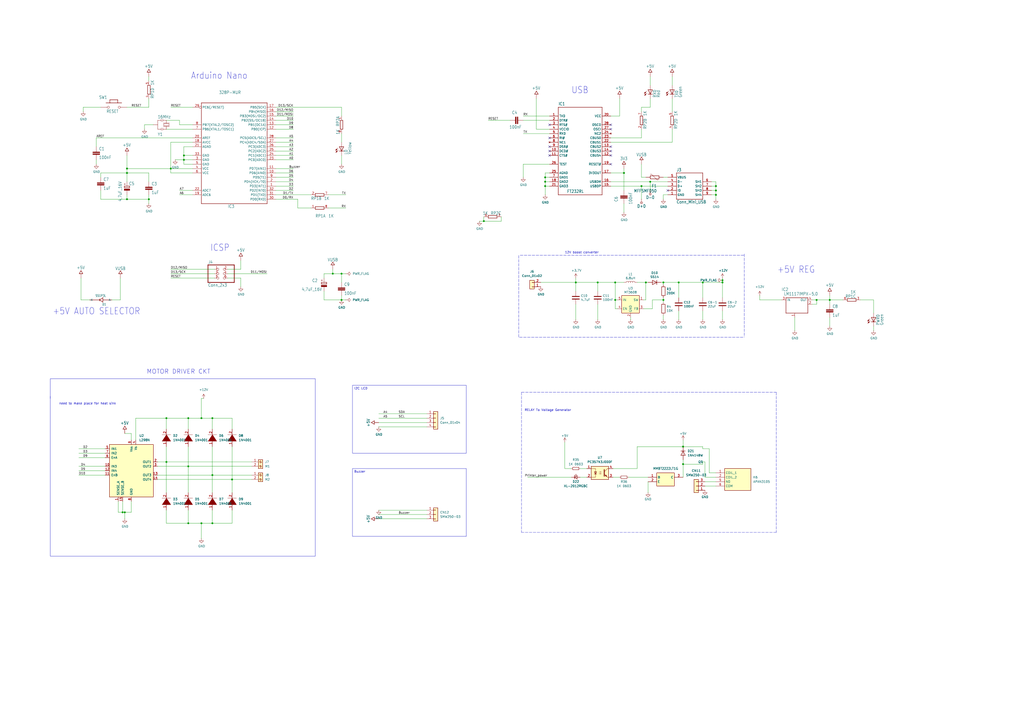
<source format=kicad_sch>
(kicad_sch (version 20250114) (generator "eeschema") (generator_version "9.0")
  (paper "A2")
  (title_block (title "Imeditech") (date "2025-05-16") (company "Cuong"))
  (text "RELAY To Voltage Generator" (at 304.292 238.76 0) (effects (font (size 1.27 1.27)) (justify left bottom)))
  (text "+5V REG" (at 450.85 158.75 0) (effects (font (size 3.81 3.2385)) (justify left bottom)))
  (text "Arduino Nano" (at 110.744 46.228 0) (effects (font (size 3.81 3.2385)) (justify left bottom)))
  (text "need to make place for heat sink\n" (at 34.29 234.95 0) (effects (font (size 1.27 1.27)) (justify left bottom)))
  (text "+5V AUTO SELECTOR" (at 30.48 182.88 0) (effects (font (size 3.81 3.2385)) (justify left bottom)))
  (text "12V boost converter" (at 327.66 147.32 0) (effects (font (size 1.27 1.27)) (justify left bottom)))
  (text "ICSP" (at 121.92 146.05 0) (effects (font (size 3.81 3.2385)) (justify left bottom)))
  (text "USB" (at 331.47 54.61 0) (effects (font (size 3.81 3.2385)) (justify left bottom)))
  (text "MOTOR DRIVER CKT\n" (at 85.09 217.17 0) (effects (font (size 2.54 2.54)) (justify left bottom)))
  (text_box "I2C LCD" (at 204.47 223.52 0) (size 66.04 39.37) (margins 0.9525 0.9525 0.9525 0.9525) (effects (font (size 1.27 1.27)) (justify left top)))
  (text_box "Buzzer" (at 204.47 271.78 0) (size 66.04 39.37) (margins 0.9525 0.9525 0.9525 0.9525) (effects (font (size 1.27 1.27)) (justify left top)))
  (junction (at 346.71 163.83))
  (junction (at 419.1 162.56))
  (junction (at 374.65 163.83))
  (junction (at 316.23 102.87))
  (junction (at 106.68 90.17))
  (junction (at 106.68 92.71))
  (junction (at 384.81 163.83))
  (junction (at 73.66 100.33))
  (junction (at 193.04 158.75))
  (junction (at 415.29 110.49))
  (junction (at 71.12 297.18))
  (junction (at 86.36 115.57))
  (junction (at 334.01 163.83))
  (junction (at 109.22 270.51))
  (junction (at 419.1 163.83))
  (junction (at 198.12 158.75))
  (junction (at 109.22 303.53))
  (junction (at 384.81 173.99))
  (junction (at 116.84 242.57))
  (junction (at 116.84 303.53))
  (junction (at 73.66 115.57))
  (junction (at 393.7 163.83))
  (junction (at 396.24 269.24))
  (junction (at 316.23 105.41))
  (junction (at 123.19 303.53))
  (junction (at 72.39 297.18))
  (junction (at 481.33 173.99))
  (junction (at 109.22 242.57))
  (junction (at 473.71 173.99))
  (junction (at 361.95 100.33))
  (junction (at 134.62 278.13))
  (junction (at 356.87 163.83))
  (junction (at 372.11 107.95))
  (junction (at 123.19 242.57))
  (junction (at 407.67 163.83))
  (junction (at 99.06 97.79))
  (junction (at 96.52 242.57))
  (junction (at 377.19 105.41))
  (junction (at 280.67 128.27))
  (junction (at 356.87 173.99))
  (junction (at 316.23 107.95))
  (junction (at 123.19 275.59))
  (junction (at 396.24 259.08))
  (junction (at 73.66 97.79))
  (junction (at 198.12 173.99))
  (junction (at 415.29 107.95))
  (junction (at 415.29 113.03))
  (junction (at 96.52 267.97))
  (no_connect (at 318.77 90.17))
  (no_connect (at 318.77 87.63))
  (no_connect (at 318.77 85.09))
  (no_connect (at 354.33 95.25))
  (no_connect (at 354.33 87.63))
  (no_connect (at 354.33 72.39))
  (no_connect (at 354.33 85.09))
  (no_connect (at 354.33 74.93))
  (no_connect (at 354.33 90.17))
  (no_connect (at 387.35 110.49))
  (no_connect (at 318.77 72.39))
  (no_connect (at 318.77 80.01))
  (wire (pts (xy 73.66 105.41) (xy 73.66 100.33)))
  (wire (pts (xy 506.73 191.77) (xy 506.73 189.23)))
  (wire (pts (xy 440.69 173.99) (xy 453.39 173.99)))
  (wire (pts (xy 187.96 173.99) (xy 198.12 173.99)))
  (wire (pts (xy 111.76 85.09) (xy 106.68 85.09)))
  (wire (pts (xy 387.35 113.03) (xy 384.81 113.03)))
  (wire (pts (xy 316.23 100.33) (xy 316.23 102.87)))
  (wire (pts (xy 389.89 64.77) (xy 389.89 57.15)))
  (wire (pts (xy 118.11 231.14) (xy 116.84 231.14)))
  (wire (pts (xy 412.75 107.95) (xy 415.29 107.95)))
  (wire (pts (xy 377.19 110.49) (xy 377.19 105.41)))
  (wire (pts (xy 86.36 46.99) (xy 86.36 44.45)))
  (wire (pts (xy 172.72 120.65) (xy 180.34 120.65)))
  (wire (pts (xy 334.01 163.83) (xy 334.01 168.91)))
  (wire (pts (xy 73.66 100.33) (xy 73.66 97.79)))
  (polyline (pts (xy 182.88 322.58) (xy 29.21 322.58)))
  (wire (pts (xy 408.94 276.86) (xy 408.94 267.97)))
  (wire (pts (xy 96.52 248.92) (xy 96.52 242.57)))
  (wire (pts (xy 369.57 259.08) (xy 396.24 259.08)))
  (wire (pts (xy 123.19 242.57) (xy 123.19 248.92)))
  (wire (pts (xy 111.76 113.03) (xy 104.14 113.03)))
  (wire (pts (xy 160.02 72.39) (xy 170.18 72.39)))
  (wire (pts (xy 160.02 100.33) (xy 170.18 100.33)))
  (polyline (pts (xy 450.342 308.864) (xy 302.514 308.864)) (stroke (width 0) (type dash)))
  (wire (pts (xy 374.65 173.99) (xy 374.65 163.83)))
  (wire (pts (xy 365.76 184.15) (xy 365.76 185.42)))
  (wire (pts (xy 408.94 279.4) (xy 415.29 279.4)))
  (wire (pts (xy 306.07 276.86) (xy 331.47 276.86)))
  (wire (pts (xy 336.55 276.86) (xy 340.36 276.86)))
  (wire (pts (xy 389.89 49.53) (xy 389.89 44.45)))
  (wire (pts (xy 73.66 97.79) (xy 73.66 90.17)))
  (wire (pts (xy 384.81 185.42) (xy 384.81 182.88)))
  (wire (pts (xy 58.42 100.33) (xy 58.42 102.87)))
  (wire (pts (xy 111.76 97.79) (xy 99.06 97.79)))
  (wire (pts (xy 318.77 107.95) (xy 316.23 107.95)))
  (wire (pts (xy 104.14 69.85) (xy 96.52 69.85)))
  (wire (pts (xy 407.67 163.83) (xy 407.67 172.72)))
  (wire (pts (xy 219.71 300.99) (xy 247.65 300.99)))
  (polyline (pts (xy 301.752 148.082) (xy 431.8 148.082)) (stroke (width 0) (type dash)))
  (wire (pts (xy 372.11 115.57) (xy 372.11 107.95)))
  (wire (pts (xy 415.29 276.86) (xy 408.94 276.86)))
  (polyline (pts (xy 182.88 219.71) (xy 182.88 322.58)))
  (wire (pts (xy 45.72 273.05) (xy 60.96 273.05)))
  (wire (pts (xy 372.11 95.25) (xy 372.11 102.87)))
  (wire (pts (xy 355.6 271.78) (xy 369.57 271.78)))
  (wire (pts (xy 160.02 82.55) (xy 170.18 82.55)))
  (wire (pts (xy 106.68 90.17) (xy 111.76 90.17)))
  (wire (pts (xy 481.33 176.53) (xy 481.33 173.99)))
  (wire (pts (xy 415.29 110.49) (xy 415.29 113.03)))
  (wire (pts (xy 160.02 69.85) (xy 170.18 69.85)))
  (wire (pts (xy 361.95 110.49) (xy 361.95 100.33)))
  (wire (pts (xy 109.22 295.91) (xy 109.22 303.53)))
  (wire (pts (xy 384.81 173.99) (xy 378.46 173.99)))
  (wire (pts (xy 99.06 82.55) (xy 99.06 97.79)))
  (wire (pts (xy 99.06 97.79) (xy 73.66 97.79)))
  (wire (pts (xy 160.02 92.71) (xy 170.18 92.71)))
  (wire (pts (xy 407.67 163.83) (xy 393.7 163.83)))
  (wire (pts (xy 415.29 274.32) (xy 411.48 274.32)))
  (wire (pts (xy 193.04 158.75) (xy 198.12 158.75)))
  (wire (pts (xy 407.67 259.08) (xy 396.24 259.08)))
  (wire (pts (xy 419.1 163.83) (xy 419.1 172.72)))
  (wire (pts (xy 45.72 262.89) (xy 60.96 262.89)))
  (wire (pts (xy 393.7 185.42) (xy 393.7 180.34)))
  (wire (pts (xy 311.15 74.93) (xy 311.15 57.15)))
  (wire (pts (xy 411.48 260.35) (xy 407.67 260.35)))
  (wire (pts (xy 123.19 295.91) (xy 123.19 303.53)))
  (wire (pts (xy 111.76 100.33) (xy 99.06 100.33)))
  (wire (pts (xy 336.55 271.78) (xy 340.36 271.78)))
  (wire (pts (xy 48.26 62.23) (xy 48.26 64.77)))
  (wire (pts (xy 96.52 267.97) (xy 96.52 285.75)))
  (wire (pts (xy 45.72 260.35) (xy 60.96 260.35)))
  (wire (pts (xy 134.62 259.08) (xy 134.62 278.13)))
  (wire (pts (xy 358.14 179.07) (xy 356.87 179.07)))
  (wire (pts (xy 106.68 90.17) (xy 106.68 92.71)))
  (wire (pts (xy 408.94 281.94) (xy 415.29 281.94)))
  (wire (pts (xy 111.76 62.23) (xy 99.06 62.23)))
  (wire (pts (xy 440.69 171.45) (xy 440.69 173.99)))
  (wire (pts (xy 346.71 168.91) (xy 346.71 163.83)))
  (wire (pts (xy 316.23 105.41) (xy 316.23 107.95)))
  (wire (pts (xy 160.02 90.17) (xy 170.18 90.17)))
  (wire (pts (xy 55.88 80.01) (xy 55.88 85.09)))
  (wire (pts (xy 334.01 163.83) (xy 346.71 163.83)))
  (wire (pts (xy 198.12 77.47) (xy 198.12 82.55)))
  (wire (pts (xy 375.92 279.4) (xy 375.92 285.75)))
  (wire (pts (xy 373.38 173.99) (xy 374.65 173.99)))
  (wire (pts (xy 198.12 67.31) (xy 198.12 62.23)))
  (wire (pts (xy 91.44 270.51) (xy 109.22 270.51)))
  (wire (pts (xy 334.01 161.29) (xy 334.01 163.83)))
  (wire (pts (xy 86.36 115.57) (xy 86.36 118.11)))
  (wire (pts (xy 369.57 271.78) (xy 369.57 259.08)))
  (wire (pts (xy 88.9 72.39) (xy 83.82 72.39)))
  (wire (pts (xy 111.76 110.49) (xy 104.14 110.49)))
  (wire (pts (xy 354.33 82.55) (xy 389.89 82.55)))
  (wire (pts (xy 356.87 173.99) (xy 356.87 163.83)))
  (wire (pts (xy 187.96 161.29) (xy 187.96 158.75)))
  (wire (pts (xy 123.19 303.53) (xy 134.62 303.53)))
  (wire (pts (xy 354.33 107.95) (xy 372.11 107.95)))
  (wire (pts (xy 219.71 247.65) (xy 247.65 247.65)))
  (wire (pts (xy 91.44 275.59) (xy 123.19 275.59)))
  (wire (pts (xy 99.06 156.21) (xy 124.46 156.21)))
  (wire (pts (xy 106.68 92.71) (xy 111.76 92.71)))
  (wire (pts (xy 46.99 173.99) (xy 46.99 161.29)))
  (wire (pts (xy 160.02 87.63) (xy 170.18 87.63)))
  (wire (pts (xy 139.7 161.29) (xy 139.7 166.37)))
  (wire (pts (xy 123.19 259.08) (xy 123.19 275.59)))
  (wire (pts (xy 377.19 105.41) (xy 387.35 105.41)))
  (wire (pts (xy 372.11 62.23) (xy 377.19 62.23)))
  (wire (pts (xy 160.02 67.31) (xy 170.18 67.31)))
  (wire (pts (xy 318.77 100.33) (xy 316.23 100.33)))
  (wire (pts (xy 72.39 297.18) (xy 72.39 300.99)))
  (wire (pts (xy 303.53 95.25) (xy 303.53 102.87)))
  (wire (pts (xy 374.65 163.83) (xy 369.57 163.83)))
  (wire (pts (xy 407.67 260.35) (xy 407.67 259.08)))
  (wire (pts (xy 116.84 312.42) (xy 116.84 303.53)))
  (wire (pts (xy 86.36 113.03) (xy 86.36 115.57)))
  (wire (pts (xy 278.13 128.27) (xy 280.67 128.27)))
  (wire (pts (xy 96.52 303.53) (xy 109.22 303.53)))
  (wire (pts (xy 76.2 297.18) (xy 76.2 290.83)))
  (wire (pts (xy 69.85 173.99) (xy 64.77 173.99)))
  (wire (pts (xy 111.76 82.55) (xy 99.06 82.55)))
  (wire (pts (xy 106.68 95.25) (xy 106.68 92.71)))
  (wire (pts (xy 488.95 173.99) (xy 481.33 173.99)))
  (wire (pts (xy 160.02 110.49) (xy 170.18 110.49)))
  (wire (pts (xy 364.49 276.86) (xy 375.92 276.86)))
  (wire (pts (xy 160.02 102.87) (xy 170.18 102.87)))
  (wire (pts (xy 412.75 113.03) (xy 415.29 113.03)))
  (wire (pts (xy 461.01 191.77) (xy 461.01 184.15)))
  (wire (pts (xy 86.36 105.41) (xy 86.36 100.33)))
  (wire (pts (xy 415.29 105.41) (xy 415.29 107.95)))
  (wire (pts (xy 46.99 173.99) (xy 52.07 173.99)))
  (polyline (pts (xy 302.514 227.584) (xy 302.514 308.864)) (stroke (width 0) (type dash)))
  (wire (pts (xy 219.71 298.45) (xy 247.65 298.45)))
  (wire (pts (xy 219.71 245.11) (xy 247.65 245.11)))
  (wire (pts (xy 377.19 49.53) (xy 377.19 44.45)))
  (wire (pts (xy 71.12 297.18) (xy 72.39 297.18)))
  (wire (pts (xy 96.52 259.08) (xy 96.52 267.97)))
  (wire (pts (xy 78.74 255.27) (xy 78.74 242.57)))
  (wire (pts (xy 384.81 165.1) (xy 384.81 163.83)))
  (wire (pts (xy 356.87 173.99) (xy 358.14 173.99)))
  (wire (pts (xy 96.52 267.97) (xy 146.05 267.97)))
  (wire (pts (xy 72.39 251.46) (xy 76.2 251.46)))
  (wire (pts (xy 91.44 267.97) (xy 96.52 267.97)))
  (wire (pts (xy 318.77 95.25) (xy 303.53 95.25)))
  (wire (pts (xy 481.33 173.99) (xy 481.33 171.45)))
  (wire (pts (xy 134.62 278.13) (xy 146.05 278.13)))
  (wire (pts (xy 384.81 173.99) (xy 384.81 175.26)))
  (wire (pts (xy 109.22 270.51) (xy 146.05 270.51)))
  (wire (pts (xy 96.52 242.57) (xy 109.22 242.57)))
  (wire (pts (xy 280.67 128.27) (xy 290.83 128.27)))
  (wire (pts (xy 396.24 255.27) (xy 396.24 259.08)))
  (wire (pts (xy 471.17 176.53) (xy 473.71 176.53)))
  (wire (pts (xy 378.46 179.07) (xy 373.38 179.07)))
  (wire (pts (xy 318.77 74.93) (xy 311.15 74.93)))
  (wire (pts (xy 415.29 113.03) (xy 415.29 115.57)))
  (wire (pts (xy 160.02 115.57) (xy 172.72 115.57)))
  (wire (pts (xy 132.08 161.29) (xy 139.7 161.29)))
  (wire (pts (xy 45.72 265.43) (xy 60.96 265.43)))
  (wire (pts (xy 346.71 163.83) (xy 356.87 163.83)))
  (wire (pts (xy 73.66 100.33) (xy 58.42 100.33)))
  (wire (pts (xy 384.81 102.87) (xy 387.35 102.87)))
  (polyline (pts (xy 431.038 195.58) (xy 300.99 195.58)) (stroke (width 0) (type dash)))
  (wire (pts (xy 384.81 163.83) (xy 393.7 163.83)))
  (wire (pts (xy 160.02 62.23) (xy 198.12 62.23)))
  (wire (pts (xy 198.12 171.45) (xy 198.12 173.99)))
  (wire (pts (xy 303.53 67.31) (xy 318.77 67.31)))
  (wire (pts (xy 318.77 102.87) (xy 316.23 102.87)))
  (wire (pts (xy 354.33 80.01) (xy 372.11 80.01)))
  (wire (pts (xy 303.53 77.47) (xy 318.77 77.47)))
  (wire (pts (xy 86.36 100.33) (xy 73.66 100.33)))
  (wire (pts (xy 132.08 156.21) (xy 139.7 156.21)))
  (wire (pts (xy 384.81 172.72) (xy 384.81 173.99)))
  (wire (pts (xy 193.04 156.21) (xy 193.04 158.75)))
  (wire (pts (xy 372.11 64.77) (xy 372.11 62.23)))
  (wire (pts (xy 73.66 62.23) (xy 86.36 62.23)))
  (wire (pts (xy 198.12 90.17) (xy 198.12 95.25)))
  (wire (pts (xy 160.02 105.41) (xy 170.18 105.41)))
  (wire (pts (xy 415.29 107.95) (xy 415.29 110.49)))
  (wire (pts (xy 106.68 92.71) (xy 101.6 92.71)))
  (wire (pts (xy 356.87 179.07) (xy 356.87 173.99)))
  (wire (pts (xy 411.48 274.32) (xy 411.48 260.35)))
  (wire (pts (xy 109.22 303.53) (xy 116.84 303.53)))
  (wire (pts (xy 160.02 85.09) (xy 170.18 85.09)))
  (wire (pts (xy 187.96 168.91) (xy 187.96 173.99)))
  (wire (pts (xy 372.11 102.87) (xy 374.65 102.87)))
  (wire (pts (xy 187.96 158.75) (xy 193.04 158.75)))
  (wire (pts (xy 389.89 82.55) (xy 389.89 74.93)))
  (wire (pts (xy 91.44 278.13) (xy 134.62 278.13)))
  (wire (pts (xy 116.84 242.57) (xy 123.19 242.57)))
  (wire (pts (xy 160.02 64.77) (xy 170.18 64.77)))
  (wire (pts (xy 154.94 158.75) (xy 132.08 158.75)))
  (wire (pts (xy 58.42 62.23) (xy 48.26 62.23)))
  (wire (pts (xy 378.46 173.99) (xy 378.46 179.07)))
  (wire (pts (xy 407.67 185.42) (xy 407.67 180.34)))
  (wire (pts (xy 499.11 173.99) (xy 506.73 173.99)))
  (wire (pts (xy 372.11 74.93) (xy 372.11 80.01)))
  (wire (pts (xy 473.71 173.99) (xy 471.17 173.99)))
  (wire (pts (xy 104.14 72.39) (xy 104.14 69.85)))
  (wire (pts (xy 106.68 85.09) (xy 106.68 90.17)))
  (wire (pts (xy 160.02 74.93) (xy 170.18 74.93)))
  (wire (pts (xy 71.12 290.83) (xy 71.12 297.18)))
  (wire (pts (xy 58.42 115.57) (xy 58.42 110.49)))
  (wire (pts (xy 116.84 231.14) (xy 116.84 242.57)))
  (wire (pts (xy 160.02 107.95) (xy 170.18 107.95)))
  (wire (pts (xy 318.77 105.41) (xy 316.23 105.41)))
  (wire (pts (xy 473.71 173.99) (xy 481.33 173.99)))
  (polyline (pts (xy 29.21 219.71) (xy 182.88 219.71)))
  (wire (pts (xy 354.33 67.31) (xy 359.41 67.31)))
  (wire (pts (xy 78.74 242.57) (xy 96.52 242.57)))
  (wire (pts (xy 134.62 303.53) (xy 134.62 295.91)))
  (wire (pts (xy 316.23 107.95) (xy 316.23 113.03)))
  (wire (pts (xy 109.22 242.57) (xy 116.84 242.57)))
  (wire (pts (xy 419.1 161.29) (xy 419.1 162.56)))
  (wire (pts (xy 111.76 95.25) (xy 106.68 95.25)))
  (wire (pts (xy 190.5 113.03) (xy 200.66 113.03)))
  (wire (pts (xy 123.19 242.57) (xy 134.62 242.57)))
  (wire (pts (xy 109.22 259.08) (xy 109.22 270.51)))
  (wire (pts (xy 372.11 107.95) (xy 387.35 107.95)))
  (wire (pts (xy 359.41 67.31) (xy 359.41 57.15)))
  (wire (pts (xy 99.06 158.75) (xy 124.46 158.75)))
  (polyline (pts (xy 431.8 147.32) (xy 431.8 195.58)) (stroke (width 0) (type dash)))
  (polyline (pts (xy 302.514 227.584) (xy 450.342 227.584)) (stroke (width 0) (type dash)))
  (wire (pts (xy 69.85 161.29) (xy 69.85 173.99)))
  (wire (pts (xy 134.62 278.13) (xy 134.62 285.75)))
  (wire (pts (xy 76.2 251.46) (xy 76.2 255.27)))
  (wire (pts (xy 327.66 256.54) (xy 327.66 271.78)))
  (wire (pts (xy 354.33 105.41) (xy 377.19 105.41)))
  (wire (pts (xy 45.72 275.59) (xy 60.96 275.59)))
  (wire (pts (xy 73.66 115.57) (xy 86.36 115.57)))
  (wire (pts (xy 109.22 270.51) (xy 109.22 285.75)))
  (wire (pts (xy 172.72 115.57) (xy 172.72 120.65)))
  (wire (pts (xy 384.81 163.83) (xy 383.54 163.83)))
  (polyline (pts (xy 29.21 231.14) (xy 29.21 219.71)))
  (wire (pts (xy 219.71 242.57) (xy 247.65 242.57)))
  (wire (pts (xy 408.94 267.97) (xy 407.67 267.97)))
  (wire (pts (xy 396.24 266.7) (xy 396.24 269.24)))
  (wire (pts (xy 73.66 113.03) (xy 73.66 115.57)))
  (wire (pts (xy 160.02 97.79) (xy 170.18 97.79)))
  (wire (pts (xy 361.95 100.33) (xy 361.95 97.79)))
  (wire (pts (xy 280.67 125.73) (xy 280.67 128.27)))
  (wire (pts (xy 198.12 158.75) (xy 200.66 158.75)))
  (wire (pts (xy 316.23 102.87) (xy 316.23 105.41)))
  (wire (pts (xy 419.1 163.83) (xy 407.67 163.83)))
  (wire (pts (xy 419.1 162.56) (xy 419.1 163.83)))
  (wire (pts (xy 327.66 271.78) (xy 331.47 271.78)))
  (wire (pts (xy 283.21 69.85) (xy 295.91 69.85)))
  (wire (pts (xy 123.19 275.59) (xy 146.05 275.59)))
  (wire (pts (xy 303.53 69.85) (xy 318.77 69.85)))
  (wire (pts (xy 334.01 185.42) (xy 334.01 176.53)))
  (polyline (pts (xy 300.99 195.58) (xy 300.99 148.082)) (stroke (width 0) (type dash)))
  (wire (pts (xy 219.71 240.03) (xy 247.65 240.03)))
  (wire (pts (xy 116.84 303.53) (xy 123.19 303.53)))
  (wire (pts (xy 361.95 118.11) (xy 361.95 123.19)))
  (wire (pts (xy 481.33 189.23) (xy 481.33 184.15)))
  (wire (pts (xy 198.12 173.99) (xy 200.66 173.99)))
  (wire (pts (xy 99.06 100.33) (xy 99.06 97.79)))
  (wire (pts (xy 219.71 295.91) (xy 247.65 295.91)))
  (wire (pts (xy 134.62 242.57) (xy 134.62 248.92)))
  (wire (pts (xy 99.06 161.29) (xy 124.46 161.29)))
  (wire (pts (xy 96.52 295.91) (xy 96.52 303.53)))
  (polyline (pts (xy 29.21 322.58) (xy 29.21 229.87)))
  (wire (pts (xy 290.83 128.27) (xy 290.83 125.73)))
  (wire (pts (xy 83.82 72.39) (xy 83.82 74.93)))
  (wire (pts (xy 109.22 242.57) (xy 109.22 248.92)))
  (wire (pts (xy 160.02 80.01) (xy 170.18 80.01)))
  (wire (pts (xy 72.39 297.18) (xy 76.2 297.18)))
  (wire (pts (xy 407.67 267.97) (xy 407.67 269.24)))
  (wire (pts (xy 313.69 163.83) (xy 334.01 163.83)))
  (wire (pts (xy 384.81 113.03) (xy 384.81 115.57)))
  (wire (pts (xy 45.72 270.51) (xy 60.96 270.51)))
  (wire (pts (xy 346.71 185.42) (xy 346.71 176.53)))
  (wire (pts (xy 111.76 72.39) (xy 104.14 72.39)))
  (wire (pts (xy 407.67 269.24) (xy 396.24 269.24)))
  (wire (pts (xy 473.71 176.53) (xy 473.71 173.99)))
  (wire (pts (xy 190.5 120.65) (xy 200.66 120.65)))
  (wire (pts (xy 412.75 110.49) (xy 415.29 110.49)))
  (wire (pts (xy 375.92 163.83) (xy 374.65 163.83)))
  (wire (pts (xy 412.75 105.41) (xy 415.29 105.41)))
  (wire (pts (xy 354.33 100.33) (xy 361.95 100.33)))
  (wire (pts (xy 86.36 57.15) (xy 86.36 62.23)))
  (wire (pts (xy 160.02 113.03) (xy 180.34 113.03)))
  (wire (pts (xy 396.24 269.24) (xy 396.24 276.86)))
  (wire (pts (xy 198.12 158.75) (xy 198.12 163.83)))
  (wire (pts (xy 68.58 297.18) (xy 71.12 297.18)))
  (wire (pts (xy 111.76 80.01) (xy 55.88 80.01)))
  (wire (pts (xy 419.1 185.42) (xy 419.1 180.34)))
  (wire (pts (xy 393.7 163.83) (xy 393.7 172.72)))
  (wire (pts (xy 356.87 163.83) (xy 361.95 163.83)))
  (wire (pts (xy 123.19 275.59) (xy 123.19 285.75)))
  (polyline (pts (xy 450.342 227.584) (xy 450.342 308.864)) (stroke (width 0) (type dash)))
  (wire (pts (xy 506.73 173.99) (xy 506.73 181.61)))
  (wire (pts (xy 73.66 115.57) (xy 58.42 115.57)))
  (wire (pts (xy 139.7 156.21) (xy 139.7 151.13)))
  (wire (pts (xy 55.88 92.71) (xy 55.88 95.25)))
  (wire (pts (xy 96.52 74.93) (xy 111.76 74.93)))
  (wire (pts (xy 355.6 276.86) (xy 359.41 276.86)))
  (wire (pts (xy 68.58 290.83) (xy 68.58 297.18)))
  (wire (pts (xy 377.19 62.23) (xy 377.19 57.15)))
  (label "D2" (at 170.18 110.49 180) (effects (font (size 1.2446 1.2446))))
  (label "D4" (at 170.18 105.41 180) (effects (font (size 1.2446 1.2446))))
  (label "RESET" (at 76.2 62.23 0) (effects (font (size 1.2446 1.2446))))
  (label "A2" (at 170.18 87.63 180) (effects (font (size 1.2446 1.2446))))
  (label "RESET" (at 283.21 69.85 0) (effects (font (size 1.2446 1.2446))))
  (label "A5" (at 170.18 80.01 180) (effects (font (size 1.2446 1.2446))))
  (label "TX" (at 303.53 77.47 0) (effects (font (size 1.2446 1.2446))))
  (label "RESET" (at 99.06 161.29 0) (effects (font (size 1.2446 1.2446))))
  (label "A4" (at 224.79 240.03 180) (effects (font (size 1.2446 1.2446))))
  (label "D10" (at 49.53 275.59 180) (effects (font (size 1.2446 1.2446))))
  (label "Buzzer" (at 167.64 97.79 0))
  (label "Buzzer" (at 231.14 298.45 0))
  (label "D5" (at 49.53 273.05 180) (effects (font (size 1.2446 1.2446))))
  (label "D11/MOSI" (at 154.94 158.75 180) (effects (font (size 1.2446 1.2446))))
  (label "D12/MISO" (at 99.06 156.21 0) (effects (font (size 1.2446 1.2446))))
  (label "TX" (at 200.66 113.03 180) (effects (font (size 1.2446 1.2446))))
  (label "RESET" (at 99.06 62.23 0) (effects (font (size 1.2446 1.2446))))
  (label "D13/SCK" (at 170.18 62.23 180) (effects (font (size 1.2446 1.2446))))
  (label "RX" (at 303.53 67.31 0) (effects (font (size 1.2446 1.2446))))
  (label "D3" (at 50.8 262.89 180) (effects (font (size 1.2446 1.2446))))
  (label "D2" (at 50.8 260.35 180) (effects (font (size 1.2446 1.2446))))
  (label "D5" (at 170.18 102.87 180) (effects (font (size 1.2446 1.2446))))
  (label "D8" (at 170.18 74.93 180) (effects (font (size 1.2446 1.2446))))
  (label "D4" (at 49.53 270.51 180) (effects (font (size 1.2446 1.2446))))
  (label "A6" (at 104.14 113.03 0) (effects (font (size 1.2446 1.2446))))
  (label "Printer_power" (at 317.5 276.86 180))
  (label "D9" (at 50.8 265.43 180) (effects (font (size 1.2446 1.2446))))
  (label "D1/TX" (at 170.18 113.03 180) (effects (font (size 1.2446 1.2446))))
  (label "A4" (at 170.18 82.55 180) (effects (font (size 1.2446 1.2446))))
  (label "SCL" (at 231.14 242.57 0))
  (label "AREF" (at 55.88 80.01 0) (effects (font (size 1.2446 1.2446))))
  (label "A3" (at 170.18 85.09 180) (effects (font (size 1.2446 1.2446))))
  (label "SDA" (at 231.14 240.03 0))
  (label "A0" (at 170.18 92.71 180) (effects (font (size 1.2446 1.2446))))
  (label "D3" (at 170.18 107.95 180) (effects (font (size 1.2446 1.2446))))
  (label "A1" (at 170.18 90.17 180) (effects (font (size 1.2446 1.2446))))
  (label "A7" (at 104.14 110.49 0) (effects (font (size 1.2446 1.2446))))
  (label "A5" (at 224.79 242.57 180) (effects (font (size 1.2446 1.2446))))
  (label "D9" (at 170.18 72.39 180) (effects (font (size 1.2446 1.2446))))
  (label "D10" (at 170.18 69.85 180) (effects (font (size 1.2446 1.2446))))
  (label "D11/MOSI" (at 170.18 67.31 180) (effects (font (size 1.2446 1.2446))))
  (label "D0/RX" (at 170.18 115.57 180) (effects (font (size 1.2446 1.2446))))
  (label "D13/SCK" (at 99.06 158.75 0) (effects (font (size 1.2446 1.2446))))
  (label "D6" (at 170.18 100.33 180) (effects (font (size 1.2446 1.2446))))
  (label "RX" (at 200.66 120.65 180) (effects (font (size 1.2446 1.2446))))
  (label "D12/MISO" (at 170.18 64.77 180) (effects (font (size 1.2446 1.2446))))
  (symbol (lib_id "Device:C") (at 407.67 176.53 0) (unit 1)
    (property "Reference" "C6-1" (at 410.591 175.3616 0) (effects (justify left)))
    (property "Value" "22uF" (at 410.591 177.673 0) (effects (justify left)))
    (property "Footprint" "Capacitor_SMD:C_0805_2012Metric_Pad1.15x1.40mm_HandSolder" (effects (hide yes)))
  )
  (symbol (lib_id "Regulator_Switching:MT3608") (at 365.76 176.53 0) (unit 1)
    (property "Reference" "U3" (at 365.76 167.2082 0))
    (property "Value" "MT3608" (at 365.76 169.5196 0))
    (property "Footprint" "Package_TO_SOT_SMD:SOT-23-6_Handsoldering" (effects (hide yes)))
    (property "Datasheet" "https://www.olimex.com/Products/Breadboarding/BB-PWR-3608/resources/MT3608.pdf" (effects (hide yes)))
  )
  (symbol (lib_id "power:GND") (at 365.76 185.42 0) (unit 1)
    (property "Reference" "#PWR0115" (effects (hide yes)))
    (property "Value" "GND" (at 365.887 189.8142 0))
  )
  (symbol (lib_id "Device:L") (at 365.76 163.83 90) (unit 1)
    (property "Reference" "L1" (at 365.76 159.004 90))
    (property "Value" "6.8uH" (at 365.76 161.3154 90))
    (property "Footprint" "Inductor_SMD:L_1210_3225Metric_Pad1.42x2.65mm_HandSolder" (effects (hide yes)))
  )
  (symbol (lib_id "power:GND") (at 334.01 185.42 0) (unit 1)
    (property "Reference" "#PWR0116" (effects (hide yes)))
    (property "Value" "GND" (at 334.137 189.8142 0))
  )
  (symbol (lib_id "power:+5V") (at 334.01 161.29 0) (unit 1)
    (property "Reference" "#PWR0117" (effects (hide yes)))
    (property "Value" "+3.7V" (at 334.391 156.8958 0))
  )
  (symbol (lib_id "Device:R") (at 384.81 168.91 0) (unit 1)
    (property "Reference" "R3" (at 386.588 167.7416 0) (effects (justify left)))
    (property "Value" "200K" (at 386.588 170.053 0) (effects (justify left)))
    (property "Footprint" "Resistor_SMD:R_0805_2012Metric_Pad1.15x1.40mm_HandSolder" (effects (hide yes)))
  )
  (symbol (lib_id "Device:R") (at 384.81 179.07 0) (unit 1)
    (property "Reference" "R4" (at 386.588 177.9016 0) (effects (justify left)))
    (property "Value" "10K" (at 386.588 180.213 0) (effects (justify left)))
    (property "Footprint" "Resistor_SMD:R_0805_2012Metric_Pad1.15x1.40mm_HandSolder" (effects (hide yes)))
  )
  (symbol (lib_id "power:GND") (at 384.81 185.42 0) (unit 1)
    (property "Reference" "#PWR0118" (effects (hide yes)))
    (property "Value" "GND" (at 384.937 189.8142 0))
  )
  (symbol (lib_id "power:GND") (at 393.7 185.42 0) (unit 1)
    (property "Reference" "#PWR0119" (effects (hide yes)))
    (property "Value" "GND" (at 393.827 189.8142 0))
  )
  (symbol (lib_id "Device:C") (at 419.1 176.53 0) (unit 1)
    (property "Reference" "C6-2" (at 422.021 175.3616 0) (effects (justify left)))
    (property "Value" "22uF" (at 422.021 177.673 0) (effects (justify left)))
    (property "Footprint" "Capacitor_SMD:C_0805_2012Metric_Pad1.15x1.40mm_HandSolder" (effects (hide yes)))
  )
  (symbol (lib_id "power:GND") (at 419.1 185.42 0) (unit 1)
    (property "Reference" "#PWR0120" (effects (hide yes)))
    (property "Value" "GND" (at 419.227 189.8142 0))
  )
  (symbol (lib_id "power:+15V") (at 419.1 161.29 0) (unit 1)
    (property "Reference" "#PWR0121" (effects (hide yes)))
    (property "Value" "+12V" (at 419.481 156.8958 0))
  )
  (symbol (lib_id "power:GND") (at 346.71 185.42 0) (unit 1)
    (property "Reference" "#PWR0122" (effects (hide yes)))
    (property "Value" "GND" (at 346.837 189.8142 0))
  )
  (symbol (lib_id "pspice:DIODE") (at 134.62 290.83 90) (unit 1)
    (property "Reference" "D9" (at 138.43 289.5599 90) (effects (justify right)))
    (property "Value" "1N4001" (at 138.43 292.0999 90) (effects (justify right)))
    (property "Footprint" "Diode_SMD:D_SMA_Handsoldering" (effects (hide yes)))
  )
  (symbol (lib_id "power:GND") (at 506.73 191.77 0) (unit 1)
    (property "Reference" "#PWR0126" (effects (hide yes)))
    (property "Value" "GND" (at 506.857 196.1642 0))
  )
  (symbol (lib_id "NanoV3.3:Button") (at 66.04 62.23 0) (unit 1)
    (property "Reference" "SW1" (at 57.404 57.404 0) (effects (font (size 1.778 1.5113)) (justify left bottom)))
    (property "Value" "RESET" (at 61.722 65.532 0) (effects (font (size 1.778 1.5113)) (justify left bottom)))
    (property "Footprint" "NanoV3.3:SW_SPST_3.9x2.9mm" (effects (hide yes)))
  )
  (symbol (lib_id "pspice:DIODE") (at 96.52 290.83 90) (unit 1)
    (property "Reference" "D3" (at 100.33 289.5599 90) (effects (justify right)))
    (property "Value" "1N4001" (at 100.33 292.0999 90) (effects (justify right)))
    (property "Footprint" "Diode_SMD:D_SMA_Handsoldering" (effects (hide yes)))
  )
  (symbol (lib_id "power:GND") (at 278.13 128.27 0) (unit 1)
    (property "Reference" "#PWR0138" (effects (hide yes)))
    (property "Value" "GND" (at 278.257 132.6642 0))
  )
  (symbol (lib_name "1N4007_2") (lib_id "local_lib:1N4007") (at 396.24 262.89 270) (unit 1)
    (property "Reference" "D21" (at 398.78 261.6199 90) (effects (justify left)))
    (property "Value" "1N4148W" (at 398.78 264.1599 90) (effects (justify left)))
    (property "Footprint" "Diode_SMD:D_SOD-123" (effects (hide yes)))
    (property "Datasheet" "http://www.vishay.com/docs/88503/1n4001.pdf" (effects (hide yes)))
    (property "Sim.Device" "D" (effects (hide yes)))
    (property "Sim.Pins" "1=K 2=A" (effects (hide yes)))
  )
  (symbol (lib_id "NanoV3.3:R_Pack4_Split") (at 389.89 69.85 90) (unit 4)
    (property "Reference" "RP2" (at 392.938 74.93 0) (effects (font (size 1.778 1.5113)) (justify left bottom)))
    (property "Value" "1K" (at 392.938 67.31 0) (effects (font (size 1.778 1.5113)) (justify left bottom)))
    (property "Footprint" "NanoV3.3:R_CAY16-4" (effects (hide yes)))
  )
  (symbol (lib_id "power:GND") (at 55.88 95.25 0) (unit 1)
    (property "Reference" "#PWR0134" (effects (hide yes)))
    (property "Value" "GND" (at 56.007 99.6442 0))
  )
  (symbol (lib_id "power:GND") (at 83.82 74.93 0) (unit 1)
    (property "Reference" "#PWR0135" (effects (hide yes)))
    (property "Value" "GND" (at 83.947 79.3242 0))
  )
  (symbol (lib_id "pspice:DIODE") (at 134.62 254 90) (unit 1)
    (property "Reference" "D8" (at 138.43 252.7299 90) (effects (justify right)))
    (property "Value" "1N4001" (at 138.43 255.2699 90) (effects (justify right)))
    (property "Footprint" "Diode_SMD:D_SMA_Handsoldering" (effects (hide yes)))
  )
  (symbol (lib_id "Connector_Generic:Conn_01x04") (at 252.73 242.57 0) (unit 1)
    (property "Reference" "J5" (at 255.27 242.5699 0) (effects (justify left)))
    (property "Value" "Conn_01x04" (at 255.27 245.1099 0) (effects (justify left)))
    (property "Description" "Generic connector, single row, 01x04, script generated (kicad-library-utils/schlib/autogen/connector/)" (effects (hide yes)))
  )
  (symbol (lib_id "power:GND") (at 313.69 166.37 0) (unit 1)
    (property "Reference" "#PWR0123" (effects (hide yes)))
    (property "Value" "GND" (at 313.817 170.7642 0))
  )
  (symbol (lib_id "Connector:Screw_Terminal_01x02") (at 151.13 267.97 0) (unit 1)
    (property "Reference" "J7" (at 153.67 267.9699 0) (effects (justify left)))
    (property "Value" "M1" (at 153.67 270.5099 0) (effects (justify left)))
    (property "Footprint" "TerminalBlock:TerminalBlock_bornier-2_P5.08mm" (effects (hide yes)))
  )
  (symbol (lib_id "Device:C") (at 334.01 172.72 0) (unit 1)
    (property "Reference" "C10" (at 336.931 171.5516 0) (effects (justify left)))
    (property "Value" "4.7uF" (at 336.931 173.863 0) (effects (justify left)))
    (property "Footprint" "Capacitor_SMD:C_0805_2012Metric_Pad1.15x1.40mm_HandSolder" (effects (hide yes)))
  )
  (symbol (lib_id "power:GND") (at 116.84 312.42 0) (unit 1)
    (property "Reference" "#PWR0130" (effects (hide yes)))
    (property "Value" "GND" (at 116.967 316.8142 0))
  )
  (symbol (lib_id "NanoV3.3:+5V") (at 73.66 87.63 0) (unit 1)
    (property "Reference" "#PWR06" (effects (hide yes)))
    (property "Value" "+5V" (at 71.12 85.09 0) (effects (font (size 1.778 1.5113)) (justify left bottom)))
    (property "Footprint" "NanoV3.3:" (effects (hide yes)))
  )
  (symbol (lib_id "NanoV3.3:+5V") (at 72.39 248.92 0) (unit 1)
    (property "Reference" "#PWR013" (effects (hide yes)))
    (property "Value" "+5V" (at 69.85 246.38 0) (effects (font (size 1.778 1.5113)) (justify left bottom)))
    (property "Footprint" "NanoV3.3:" (effects (hide yes)))
  )
  (symbol (lib_id "NanoV3.3:+5V") (at 311.15 54.61 0) (unit 1)
    (property "Reference" "#PWR022" (effects (hide yes)))
    (property "Value" "+5V" (at 308.61 52.07 0) (effects (font (size 1.778 1.5113)) (justify left bottom)))
    (property "Footprint" "NanoV3.3:" (effects (hide yes)))
  )
  (symbol (lib_id "power:GND") (at 375.92 285.75 0) (unit 1)
    (property "Reference" "#PWR067" (effects (hide yes)))
    (property "Value" "GND" (at 375.92 289.56 0))
  )
  (symbol (lib_id "NanoV3.3:+5V") (at 389.89 41.91 0) (unit 1)
    (property "Reference" "#PWR032" (effects (hide yes)))
    (property "Value" "+5V" (at 387.35 39.37 0) (effects (font (size 1.778 1.5113)) (justify left bottom)))
    (property "Footprint" "NanoV3.3:" (effects (hide yes)))
  )
  (symbol (lib_id "NanoV3.3:VUSB") (at 193.04 153.67 0) (unit 1)
    (property "Reference" "#U$023" (effects (hide yes)))
    (property "Value" "VUSB" (at 189.992 151.638 0) (effects (font (size 1.778 1.5113)) (justify left bottom)))
    (property "Footprint" "NanoV3.3:" (effects (hide yes)))
  )
  (symbol (lib_id "power:+5V") (at 327.66 256.54 0) (unit 1)
    (property "Reference" "#PWR078" (effects (hide yes)))
    (property "Value" "+5V" (at 327.66 252.73 0))
  )
  (symbol (lib_id "Device:C") (at 346.71 172.72 0) (unit 1)
    (property "Reference" "C11" (at 349.631 171.5516 0) (effects (justify left)))
    (property "Value" "100nF" (at 349.631 173.863 0) (effects (justify left)))
    (property "Footprint" "Capacitor_SMD:C_0805_2012Metric_Pad1.15x1.40mm_HandSolder" (effects (hide yes)))
  )
  (symbol (lib_id "NanoV3.3:+5V") (at 481.33 168.91 0) (unit 1)
    (property "Reference" "#PWR010" (effects (hide yes)))
    (property "Value" "+5V" (at 478.79 166.37 0) (effects (font (size 1.778 1.5113)) (justify left bottom)))
    (property "Footprint" "NanoV3.3:" (effects (hide yes)))
  )
  (symbol (lib_id "pspice:DIODE") (at 109.22 254 90) (unit 1)
    (property "Reference" "D4" (at 113.03 252.7299 90) (effects (justify right)))
    (property "Value" "1N4001" (at 113.03 255.2699 90) (effects (justify right)))
    (property "Footprint" "Diode_SMD:D_SMA_Handsoldering" (effects (hide yes)))
  )
  (symbol (lib_id "Driver_Motor:L298N") (at 76.2 273.05 0) (unit 1)
    (property "Reference" "U2" (at 80.7594 252.73 0) (effects (justify left)))
    (property "Value" "L298N" (at 80.7594 255.27 0) (effects (justify left)))
    (property "Footprint" "L298:TO-220-15_P2.54x2.54mm_StaggerOdd_Lead4.58mm_Vertical" (effects (hide yes)))
    (property "Datasheet" "http://www.st.com/st-web-ui/static/active/en/resource/technical/document/datasheet/CD00000240.pdf" (effects (hide yes)))
  )
  (symbol (lib_id "NanoV3.3:LED") (at 506.73 184.15 0) (unit 1)
    (property "Reference" "PWR0" (at 510.286 188.722 90) (effects (font (size 1.778 1.5113)) (justify left bottom)))
    (property "Value" "Green" (at 512.445 188.722 90) (effects (font (size 1.778 1.5113)) (justify left bottom)))
    (property "Footprint" "NanoV3.3:LED_0805_2012Metric" (effects (hide yes)))
  )
  (symbol (lib_id "NanoV3.3:TestPoint") (at 372.11 118.11 180) (unit 1)
    (property "Reference" "D+0" (at 372.11 118.618 0) (effects (font (size 1.778 1.5113)) (justify bottom)))
    (property "Value" "DNP" (effects (hide yes)))
    (property "Footprint" "NanoV3.3:TestPoint_Pad_D1.0mm" (effects (hide yes)))
  )
  (symbol (lib_id "Connector_Generic:Conn_01x03") (at 403.86 281.94 180) (unit 1)
    (property "Reference" "CN11" (at 403.86 273.05 0))
    (property "Value" "SMW250-03" (at 403.86 275.59 0))
    (property "Footprint" "Connector_JST:JST_XH_B3B-XH-AM_1x03_P2.50mm_Vertical" (effects (hide yes)))
    (property "Description" "Generic connector, single row, 01x03, script generated (kicad-library-utils/schlib/autogen/connector/)" (effects (hide yes)))
  )
  (symbol (lib_id "NanoV3.3:C") (at 55.88 87.63 0) (unit 1)
    (property "Reference" "C1" (at 57.404 87.249 0) (effects (font (size 1.778 1.5113)) (justify left bottom)))
    (property "Value" "100nF" (at 57.404 92.329 0) (effects (font (size 1.778 1.5113)) (justify left bottom)))
    (property "Footprint" "NanoV3.3:C_0603_1608Metric" (effects (hide yes)))
  )
  (symbol (lib_id "NanoV3.3:+5V") (at 377.19 41.91 0) (unit 1)
    (property "Reference" "#PWR029" (effects (hide yes)))
    (property "Value" "+5V" (at 374.65 39.37 0) (effects (font (size 1.778 1.5113)) (justify left bottom)))
    (property "Footprint" "NanoV3.3:" (effects (hide yes)))
  )
  (symbol (lib_id "power:GND") (at 198.12 173.99 0) (unit 1)
    (property "Reference" "#PWR0127" (effects (hide yes)))
    (property "Value" "GND" (at 198.247 178.3842 0))
  )
  (symbol (lib_id "NanoV3.3:Conn_Mini_USB") (at 400.05 107.95 0) (unit 1)
    (property "Reference" "J3" (at 392.43 99.568 0) (effects (font (size 1.778 1.5113)) (justify left bottom)))
    (property "Value" "Conn_Mini_USB" (at 392.43 118.11 0) (effects (font (size 1.778 1.5113)) (justify left bottom)))
    (property "Footprint" "NanoV3.3:USB_Mini-B_Lumberg_2486_01_Horizontal" (effects (hide yes)))
  )
  (symbol (lib_id "power:+12V") (at 118.11 231.14 0) (unit 1)
    (property "Reference" "#PWR037" (effects (hide yes)))
    (property "Value" "+12V" (at 118.11 226.06 0))
    (property "Description" "Power symbol creates a global label with name \"+12V\"" (effects (hide yes)))
  )
  (symbol (lib_id "NanoV3.3:Conn_2x3") (at 127 158.75 0) (unit 1)
    (property "Reference" "J4" (at 120.65 153.035 0) (effects (font (size 1.778 1.5113)) (justify left bottom)))
    (property "Value" "Conn_2x3" (at 120.65 166.37 0) (effects (font (size 1.778 1.5113)) (justify left bottom)))
    (property "Footprint" "NanoV3.3:PinHeader_2x3_P2.54mm_Vertical" (effects (hide yes)))
  )
  (symbol (lib_id "NanoV3.3:C") (at 86.36 107.95 0) (unit 1)
    (property "Reference" "C3" (at 87.884 107.569 0) (effects (font (size 1.778 1.5113)) (justify left bottom)))
    (property "Value" "1uF" (at 87.884 112.649 0) (effects (font (size 1.778 1.5113)) (justify left bottom)))
    (property "Footprint" "NanoV3.3:C_0603_1608Metric" (effects (hide yes)))
  )
  (symbol (lib_id "power:GND") (at 407.67 185.42 0) (unit 1)
    (property "Reference" "#PWR03" (effects (hide yes)))
    (property "Value" "GND" (at 407.797 189.8142 0))
  )
  (symbol (lib_id "power:GND") (at 384.81 115.57 0) (unit 1)
    (property "Reference" "#PWR0142" (effects (hide yes)))
    (property "Value" "GND" (at 384.937 119.9642 0))
  )
  (symbol (lib_id "NanoV3.3:+5V") (at 217.17 300.99 90) (unit 1)
    (property "Reference" "#PWR041" (effects (hide yes)))
    (property "Value" "+5V" (at 214.63 303.53 0) (effects (font (size 1.778 1.5113)) (justify left bottom)))
    (property "Footprint" "NanoV3.3:" (effects (hide yes)))
  )
  (symbol (lib_id "power:GND") (at 408.94 284.48 0) (unit 1)
    (property "Reference" "#PWR088" (effects (hide yes)))
    (property "Value" "GND" (at 408.94 288.29 0))
  )
  (symbol (lib_id "NanoV3.3:C") (at 198.12 166.37 0) (unit 1)
    (property "Reference" "C9" (at 199.644 165.989 0) (effects (font (size 1.778 1.5113)) (justify left bottom)))
    (property "Value" "100nF" (at 199.644 171.069 0) (effects (font (size 1.778 1.5113)) (justify left bottom)))
    (property "Footprint" "NanoV3.3:C_0603_1608Metric" (effects (hide yes)))
  )
  (symbol (lib_id "power:GND") (at 461.01 191.77 0) (unit 1)
    (property "Reference" "#PWR0124" (effects (hide yes)))
    (property "Value" "GND" (at 461.137 196.1642 0))
  )
  (symbol (lib_id "Device:R_Small") (at 334.01 271.78 270) (unit 1)
    (property "Reference" "R35" (at 334.01 266.7 90))
    (property "Value" "1K 0603" (at 334.01 269.24 90))
    (property "Footprint" "Resistor_SMD:R_0805_2012Metric_Pad1.20x1.40mm_HandSolder" (effects (hide yes)))
  )
  (symbol (lib_id "APAN3105:APAN3105") (at 415.29 274.32 0) (unit 1)
    (property "Reference" "K6" (at 436.88 276.8599 0) (effects (justify left)))
    (property "Value" "APAN3105" (at 436.88 279.3999 0) (effects (justify left)))
    (property "Footprint" "APAN3105:APAN3105" (effects (hide yes)))
    (property "Datasheet" "https://datasheet.datasheetarchive.com/originals/distributors/DKDS40/DSANUWW004619.pdf" (effects (hide yes)))
    (property "Description" "Panasonic SPNO PCB Mount Non-Latching Relay, 5V dc Coil 5 A Non-Latching Relay" (effects (hide yes)))
    (property "Height" "12" (effects (hide yes)))
    (property "Mouser Part Number" "769-APAN3105" (effects (hide yes)))
    (property "Mouser Price/Stock" "https://www.mouser.co.uk/ProductDetail/Panasonic-Industrial-Devices/APAN3105?qs=WfzemSix46txUgv3897GSA%3D%3D" (effects (hide yes)))
    (property "Manufacturer_Name" "Panasonic" (effects (hide yes)))
    (property "Manufacturer_Part_Number" "APAN3105" (effects (hide yes)))
  )
  (symbol (lib_id "NanoV3.3:Polyfuse") (at 379.73 102.87 270) (unit 1)
    (property "Reference" "F1" (at 381 106.9086 90) (effects (font (size 1.778 1.5113)) (justify right top)))
    (property "Value" "MFFSMF050" (at 381 109.728 90) (effects (font (size 1.778 1.5113)) (justify right top)))
    (property "Footprint" "NanoV3.3:Fuse_0603_1608Metric" (effects (hide yes)))
  )
  (symbol (lib_id "power:+5V") (at 396.24 255.27 0) (unit 1)
    (property "Reference" "#PWR076" (effects (hide yes)))
    (property "Value" "+5V" (at 396.24 251.46 0))
  )
  (symbol (lib_id "NanoV3.3:R_Pack4_Split") (at 198.12 72.39 270) (unit 1)
    (property "Reference" "RP2" (at 195.072 67.31 0) (effects (font (size 1.778 1.5113)) (justify left bottom)))
    (property "Value" "1K" (at 195.072 74.93 0) (effects (font (size 1.778 1.5113)) (justify left bottom)))
    (property "Footprint" "NanoV3.3:R_CAY16-4" (effects (hide yes)))
  )
  (symbol (lib_id "power:GND") (at 86.36 118.11 0) (unit 1)
    (property "Reference" "#PWR0132" (effects (hide yes)))
    (property "Value" "GND" (at 86.487 122.5042 0))
  )
  (symbol (lib_id "2n2222:MMBT2222LT1G") (at 375.92 276.86 0) (unit 1)
    (property "Reference" "Q9" (at 406.4 267.97 0))
    (property "Value" "MMBT2222LT1G" (at 386.08 271.78 0))
    (property "Footprint" "2n2222:SOT96P237X111-3N" (effects (hide yes)))
    (property "Datasheet" "https://www.onsemi.com/pub/Collateral/MMBT2222LT1-D.PDF" (effects (hide yes)))
    (property "Description" "Pb-Free Packages are Available; S Prefix for Automotive and Other Applications Requiring Unique Site and Control Change Requirements; AEC-Q101 Qualified and PPAP Capable" (effects (hide yes)))
    (property "Height" "1.11" (effects (hide yes)))
    (property "Mouser Part Number" "863-MMBT2222LT1G" (effects (hide yes)))
    (property "Mouser Price/Stock" "https://www.mouser.co.uk/ProductDetail/onsemi/MMBT2222LT1G?qs=HVbQlW5zcXXDmyyswaLspw%3D%3D" (effects (hide yes)))
    (property "Manufacturer_Name" "onsemi" (effects (hide yes)))
    (property "Manufacturer_Part_Number" "MMBT2222LT1G" (effects (hide yes)))
  )
  (symbol (lib_id "NanoV3.3:R_Pack4_Split") (at 86.36 52.07 90) (unit 4)
    (property "Reference" "RP1" (at 89.408 57.15 0) (effects (font (size 1.778 1.5113)) (justify left bottom)))
    (property "Value" "1K" (at 89.408 49.53 0) (effects (font (size 1.778 1.5113)) (justify left bottom)))
    (property "Footprint" "NanoV3.3:R_CAY16-4" (effects (hide yes)))
  )
  (symbol (lib_id "power:GND") (at 139.7 166.37 0) (unit 1)
    (property "Reference" "#PWR0128" (effects (hide yes)))
    (property "Value" "GND" (at 139.827 170.7642 0))
  )
  (symbol (lib_id "power:GND") (at 316.23 113.03 0) (unit 1)
    (property "Reference" "#PWR0140" (effects (hide yes)))
    (property "Value" "GND" (at 316.357 117.4242 0))
  )
  (symbol (lib_id "NanoV3.3:+5V") (at 86.36 41.91 0) (unit 1)
    (property "Reference" "#PWR08" (effects (hide yes)))
    (property "Value" "+5V" (at 83.82 39.37 0) (effects (font (size 1.778 1.5113)) (justify left bottom)))
    (property "Footprint" "NanoV3.3:" (effects (hide yes)))
  )
  (symbol (lib_id "power:GND") (at 415.29 115.57 0) (unit 1)
    (property "Reference" "#PWR0143" (effects (hide yes)))
    (property "Value" "GND" (at 415.417 119.9642 0))
  )
  (symbol (lib_id "power:PWR_FLAG") (at 419.1 162.56 90) (unit 1)
    (property "Reference" "#FLG0105" (effects (hide yes)))
    (property "Value" "PWR_FLAG" (at 415.8488 162.56 90) (effects (justify left)))
  )
  (symbol (lib_id "NanoV3.3:LED") (at 389.89 52.07 0) (unit 1)
    (property "Reference" "TX0" (at 393.446 56.642 90) (effects (font (size 1.778 1.5113)) (justify left bottom)))
    (property "Value" "Green" (at 395.605 56.642 90) (effects (font (size 1.778 1.5113)) (justify left bottom)))
    (property "Footprint" "NanoV3.3:LED_0805_2012Metric" (effects (hide yes)))
  )
  (symbol (lib_id "NanoV3.3:R_Pack4_Split") (at 285.75 125.73 180) (unit 3)
    (property "Reference" "RP2" (at 290.83 122.682 0) (effects (font (size 1.778 1.5113)) (justify left bottom)))
    (property "Value" "1K" (at 283.21 122.682 0) (effects (font (size 1.778 1.5113)) (justify left bottom)))
    (property "Footprint" "NanoV3.3:R_CAY16-4" (effects (hide yes)))
  )
  (symbol (lib_id "NanoV3.3:+5V") (at 217.17 245.11 90) (unit 1)
    (property "Reference" "#PWR040" (effects (hide yes)))
    (property "Value" "+5V" (at 214.63 247.65 0) (effects (font (size 1.778 1.5113)) (justify left bottom)))
    (property "Footprint" "NanoV3.3:" (effects (hide yes)))
  )
  (symbol (lib_id "Device:D") (at 379.73 163.83 180) (unit 1)
    (property "Reference" "D10" (at 379.73 158.3182 0))
    (property "Value" "SS14" (at 379.73 160.6296 0))
    (property "Footprint" "Diode_SMD:D_SMA_Handsoldering" (effects (hide yes)))
  )
  (symbol (lib_id "pspice:DIODE") (at 123.19 254 90) (unit 1)
    (property "Reference" "D6" (at 127 252.7299 90) (effects (justify right)))
    (property "Value" "1N4001" (at 127 255.2699 90) (effects (justify right)))
    (property "Footprint" "Diode_SMD:D_SMA_Handsoldering" (effects (hide yes)))
  )
  (symbol (lib_id "NanoV3.3:Resonator") (at 96.52 72.39 0) (mirror x) (unit 1)
    (property "Reference" "Y1" (at 91.44 76.962 0) (effects (font (size 1.778 1.5113)) (justify left bottom)))
    (property "Value" "16MHz" (at 91.44 66.802 0) (effects (font (size 1.778 1.5113)) (justify left bottom)))
    (property "Footprint" "NanoV3.3:Resonator_SMD_Murata_CSTxExxV-3Pin_3.0x1.1mm" (effects (hide yes)))
  )
  (symbol (lib_id "NanoV3.3:C") (at 361.95 115.57 180) (unit 1)
    (property "Reference" "C6" (at 358.394 117.094 90) (effects (font (size 1.778 1.5113)) (justify right top)))
    (property "Value" "100nF" (at 366.776 118.618 90) (effects (font (size 1.778 1.5113)) (justify right top)))
    (property "Footprint" "NanoV3.3:C_0603_1608Metric" (effects (hide yes)))
  )
  (symbol (lib_id "Connector:Screw_Terminal_01x02") (at 151.13 275.59 0) (unit 1)
    (property "Reference" "J8" (at 153.67 275.5899 0) (effects (justify left)))
    (property "Value" "M2" (at 153.67 278.1299 0) (effects (justify left)))
    (property "Footprint" "TerminalBlock:TerminalBlock_bornier-2_P5.08mm" (effects (hide yes)))
  )
  (symbol (lib_id "power:GND") (at 198.12 95.25 0) (unit 1)
    (property "Reference" "#PWR0137" (effects (hide yes)))
    (property "Value" "GND" (at 198.247 99.6442 0))
  )
  (symbol (lib_id "NanoV3.3:LM1117") (at 461.01 179.07 0) (unit 1)
    (property "Reference" "IC2" (at 453.39 168.91 0) (effects (font (size 1.778 1.5113)) (justify left bottom)))
    (property "Value" "LM1117IMPX-5.0" (at 454.66 171.45 0) (effects (font (size 1.778 1.5113)) (justify left bottom)))
    (property "Footprint" "NanoV3.3:SOT-223" (effects (hide yes)))
  )
  (symbol (lib_id "NanoV3.3:FT232R") (at 336.55 87.63 0) (unit 1)
    (property "Reference" "IC1" (at 323.85 61.214 0) (effects (font (size 1.778 1.5113)) (justify left bottom)))
    (property "Value" "FT232RL" (at 328.93 112.014 0) (effects (font (size 1.778 1.5113)) (justify left bottom)))
    (property "Footprint" "NanoV3.3:SSOP-28_5.3x10.2mm_P0.65mm" (effects (hide yes)))
  )
  (symbol (lib_id "pspice:DIODE") (at 109.22 290.83 90) (unit 1)
    (property "Reference" "D5" (at 113.03 289.5599 90) (effects (justify right)))
    (property "Value" "1N4001" (at 113.03 292.0999 90) (effects (justify right)))
    (property "Footprint" "Diode_SMD:D_SMA_Handsoldering" (effects (hide yes)))
  )
  (symbol (lib_id "power:PWR_FLAG") (at 200.66 173.99 270) (unit 1)
    (property "Reference" "#FLG0104" (effects (hide yes)))
    (property "Value" "PWR_FLAG" (at 204.47 173.9899 90) (effects (justify left)))
  )
  (symbol (lib_id "Device:C") (at 393.7 176.53 0) (unit 1)
    (property "Reference" "C12" (at 396.621 175.3616 0) (effects (justify left)))
    (property "Value" "100nF" (at 396.621 177.673 0) (effects (justify left)))
    (property "Footprint" "Capacitor_SMD:C_0805_2012Metric_Pad1.15x1.40mm_HandSolder" (effects (hide yes)))
  )
  (symbol (lib_id "power:PWR_FLAG") (at 200.66 158.75 270) (unit 1)
    (property "Reference" "#FLG0102" (effects (hide yes)))
    (property "Value" "PWR_FLAG" (at 204.47 158.7499 90) (effects (justify left)))
  )
  (symbol (lib_id "NanoV3.3:C") (at 298.45 69.85 90) (unit 1)
    (property "Reference" "C4" (at 296.926 66.294 90) (effects (font (size 1.778 1.5113)) (justify right top)))
    (property "Value" "100nF" (at 295.402 74.676 90) (effects (font (size 1.778 1.5113)) (justify right top)))
    (property "Footprint" "NanoV3.3:C_0603_1608Metric" (effects (hide yes)))
  )
  (symbol (lib_id "pspice:DIODE") (at 96.52 254 90) (unit 1)
    (property "Reference" "D2" (at 100.33 252.7299 90) (effects (justify right)))
    (property "Value" "1N4001" (at 100.33 255.2699 90) (effects (justify right)))
    (property "Footprint" "Diode_SMD:D_SMA_Handsoldering" (effects (hide yes)))
  )
  (symbol (lib_id "NanoV3.3:ATmega328P-VQFN") (at 134.62 87.63 0) (unit 1)
    (property "Reference" "IC3" (at 132.08 120.65 0) (effects (font (size 1.778 1.5113)) (justify left bottom)))
    (property "Value" "328P-MUR" (at 127 54.61 0) (effects (font (size 1.778 1.5113)) (justify left bottom)))
    (property "Footprint" "NanoV3.3:VQFN-32-1EP_5x5mm_P0.5mm_EP3.254x3.254mm" (effects (hide yes)))
  )
  (symbol (lib_id "NanoV3.3:LED") (at 198.12 85.09 0) (unit 1)
    (property "Reference" "L0" (at 201.676 89.662 90) (effects (font (size 1.778 1.5113)) (justify left bottom)))
    (property "Value" "Yellow" (at 203.835 89.662 90) (effects (font (size 1.778 1.5113)) (justify left bottom)))
    (property "Footprint" "NanoV3.3:LED_0805_2012Metric" (effects (hide yes)))
  )
  (symbol (lib_id "NanoV3.3:3V3") (at 361.95 95.25 0) (unit 1)
    (property "Reference" "#PWR027" (effects (hide yes)))
    (property "Value" "3V3" (at 359.664 92.964 0) (effects (font (size 1.778 1.5113)) (justify left bottom)))
    (property "Footprint" "NanoV3.3:" (effects (hide yes)))
  )
  (symbol (lib_id "NanoV3.3:TestPoint") (at 377.19 113.03 180) (unit 1)
    (property "Reference" "D-0" (at 377.19 113.538 0) (effects (font (size 1.778 1.5113)) (justify bottom)))
    (property "Value" "DNP" (effects (hide yes)))
    (property "Footprint" "NanoV3.3:TestPoint_Pad_D1.0mm" (effects (hide yes)))
  )
  (symbol (lib_id "power:+12V") (at 440.69 171.45 0) (unit 1)
    (property "Reference" "#PWR038" (effects (hide yes)))
    (property "Value" "+12V" (at 440.69 166.37 0))
    (property "Description" "Power symbol creates a global label with name \"+12V\"" (effects (hide yes)))
  )
  (symbol (lib_id "power:GND") (at 101.6 92.71 0) (unit 1)
    (property "Reference" "#PWR0133" (effects (hide yes)))
    (property "Value" "GND" (at 101.727 97.1042 0))
  )
  (symbol (lib_id "NanoV3.3:+5V") (at 359.41 54.61 0) (unit 1)
    (property "Reference" "#PWR026" (effects (hide yes)))
    (property "Value" "+5V" (at 356.87 52.07 0) (effects (font (size 1.778 1.5113)) (justify left bottom)))
    (property "Footprint" "NanoV3.3:" (effects (hide yes)))
  )
  (symbol (lib_id "power:GND") (at 219.71 295.91 0) (unit 1)
    (property "Reference" "#PWR0146" (effects (hide yes)))
    (property "Value" "GND" (at 219.837 300.3042 0))
  )
  (symbol (lib_id "power:GND") (at 361.95 123.19 0) (unit 1)
    (property "Reference" "#PWR0141" (effects (hide yes)))
    (property "Value" "GND" (at 362.077 127.5842 0))
  )
  (symbol (lib_id "NanoV3.3:C_Polarized") (at 187.96 163.83 0) (unit 1)
    (property "Reference" "C2" (at 184.277 161.7726 0) (effects (font (size 1.778 1.5113)) (justify right top)))
    (property "Value" "4,7uF_16V" (at 186.817 166.8526 0) (effects (font (size 1.778 1.5113)) (justify right top)))
    (property "Footprint" "NanoV3.3:CP_EIA-3216-18_Kemet-A" (effects (hide yes)))
  )
  (symbol (lib_id "NanoV3.3:VUSB") (at 372.11 92.71 0) (unit 1)
    (property "Reference" "#U$022" (effects (hide yes)))
    (property "Value" "VUSB" (at 369.062 90.678 0) (effects (font (size 1.778 1.5113)) (justify left bottom)))
    (property "Footprint" "NanoV3.3:" (effects (hide yes)))
  )
  (symbol (lib_id "NanoV3.3:C_Polarized") (at 73.66 107.95 0) (unit 1)
    (property "Reference" "C5" (at 74.803 107.4674 0) (effects (font (size 1.778 1.5113)) (justify left bottom)))
    (property "Value" "4,7uF_16V" (at 70.6374 116.967 90) (effects (font (size 1.778 1.5113)) (justify left bottom)))
    (property "Footprint" "NanoV3.3:CP_EIA-3216-18_Kemet-A" (effects (hide yes)))
  )
  (symbol (lib_id "NanoV3.3:R_Pack4_Split") (at 372.11 69.85 90) (unit 2)
    (property "Reference" "RP2" (at 375.158 74.93 0) (effects (font (size 1.778 1.5113)) (justify left bottom)))
    (property "Value" "1K" (at 375.158 67.31 0) (effects (font (size 1.778 1.5113)) (justify left bottom)))
    (property "Footprint" "NanoV3.3:R_CAY16-4" (effects (hide yes)))
  )
  (symbol (lib_id "power:GND") (at 303.53 102.87 0) (unit 1)
    (property "Reference" "#PWR0139" (effects (hide yes)))
    (property "Value" "GND" (at 303.657 107.2642 0))
  )
  (symbol (lib_id "NanoV3.3:R_Pack4_Split") (at 494.03 173.99 180) (unit 3)
    (property "Reference" "RP1" (at 496.57 170.942 0) (effects (font (size 1.778 1.5113)) (justify left bottom)))
    (property "Value" "1K" (at 496.57 168.402 0) (effects (font (size 1.778 1.5113)) (justify left bottom)))
    (property "Footprint" "NanoV3.3:R_CAY16-4" (effects (hide yes)))
  )
  (symbol (lib_id "NanoV3.3:C") (at 58.42 105.41 0) (unit 1)
    (property "Reference" "C7" (at 59.944 105.029 0) (effects (font (size 1.778 1.5113)) (justify left bottom)))
    (property "Value" "1uF" (at 59.944 110.109 0) (effects (font (size 1.778 1.5113)) (justify left bottom)))
    (property "Footprint" "NanoV3.3:C_0603_1608Metric" (effects (hide yes)))
  )
  (symbol (lib_id "NanoV3.3:D") (at 59.69 173.99 180) (unit 1)
    (property "Reference" "D1" (at 61.595 175.895 0) (effects (font (size 1.27 1.0795)) (justify left bottom)))
    (property "Value" "SS1P3L" (at 61.595 170.815 0) (effects (font (size 1.27 1.0795)) (justify left bottom)))
    (property "Footprint" "NanoV3.3:DO-220AA" (effects (hide yes)))
  )
  (symbol (lib_id "NanoV3.3:+5V") (at 139.7 148.59 0) (unit 1)
    (property "Reference" "#PWR024" (effects (hide yes)))
    (property "Value" "+5V" (at 137.16 146.05 0) (effects (font (size 1.778 1.5113)) (justify left bottom)))
    (property "Footprint" "NanoV3.3:" (effects (hide yes)))
  )
  (symbol (lib_id "NanoV3.3:+5V") (at 46.99 158.75 0) (unit 1)
    (property "Reference" "#PWR018" (effects (hide yes)))
    (property "Value" "+5V" (at 44.45 156.21 0) (effects (font (size 1.778 1.5113)) (justify left bottom)))
    (property "Footprint" "NanoV3.3:" (effects (hide yes)))
  )
  (symbol (lib_id "Connector_Generic:Conn_01x02") (at 308.61 166.37 180) (unit 1)
    (property "Reference" "J6" (at 308.61 157.48 0))
    (property "Value" "Conn_01x02" (at 308.61 160.02 0))
    (property "Description" "Generic connector, single row, 01x02, script generated (kicad-library-utils/schlib/autogen/connector/)" (effects (hide yes)))
  )
  (symbol (lib_id "pspice:DIODE") (at 123.19 290.83 90) (unit 1)
    (property "Reference" "D7" (at 127 289.5599 90) (effects (justify right)))
    (property "Value" "1N4001" (at 127 292.0999 90) (effects (justify right)))
    (property "Footprint" "Diode_SMD:D_SMA_Handsoldering" (effects (hide yes)))
  )
  (symbol (lib_id "NanoV3.3:C") (at 481.33 179.07 0) (unit 1)
    (property "Reference" "C8" (at 482.854 178.689 0) (effects (font (size 1.778 1.5113)) (justify left bottom)))
    (property "Value" "1uF" (at 482.854 183.769 0) (effects (font (size 1.778 1.5113)) (justify left bottom)))
    (property "Footprint" "NanoV3.3:C_0603_1608Metric" (effects (hide yes)))
  )
  (symbol (lib_id "power:GND") (at 219.71 247.65 0) (unit 1)
    (property "Reference" "#PWR0129" (effects (hide yes)))
    (property "Value" "GND" (at 219.837 252.0442 0))
  )
  (symbol (lib_id "Device:LED_Small") (at 334.01 276.86 0) (unit 1)
    (property "Reference" "D22" (at 334.01 279.4 0))
    (property "Value" "XL-2012RGBC" (at 334.01 281.94 0))
    (property "Footprint" "LED_SMD:LED_0805_2012Metric_Pad1.15x1.40mm_HandSolder" (effects (hide yes)))
  )
  (symbol (lib_id "Connector_Generic:Conn_01x03") (at 252.73 298.45 0) (unit 1)
    (property "Reference" "CN12" (at 255.27 297.1799 0) (effects (justify left)))
    (property "Value" "SMW250-03" (at 255.27 299.7199 0) (effects (justify left)))
    (property "Footprint" "Connector_JST:JST_XH_B3B-XH-AM_1x03_P2.50mm_Vertical" (effects (hide yes)))
    (property "Description" "Generic connector, single row, 01x03, script generated (kicad-library-utils/schlib/autogen/connector/)" (effects (hide yes)))
  )
  (symbol (lib_id "NanoV3.3:R_Pack4_Split") (at 185.42 120.65 0) (unit 1)
    (property "Reference" "RP1" (at 182.88 126.238 0) (effects (font (size 1.778 1.5113)) (justify left bottom)))
    (property "Value" "1K" (at 190.5 126.238 0) (effects (font (size 1.778 1.5113)) (justify left bottom)))
    (property "Footprint" "NanoV3.3:R_CAY16-4" (effects (hide yes)))
  )
  (symbol (lib_id "NanoV3.3:VUSB") (at 69.85 158.75 0) (unit 1)
    (property "Reference" "#U$021" (effects (hide yes)))
    (property "Value" "VUSB" (at 66.802 156.718 0) (effects (font (size 1.778 1.5113)) (justify left bottom)))
    (property "Footprint" "NanoV3.3:" (effects (hide yes)))
  )
  (symbol (lib_id "NanoV3.3:LED") (at 377.19 52.07 0) (unit 1)
    (property "Reference" "RX0" (at 380.746 56.642 90) (effects (font (size 1.778 1.5113)) (justify left bottom)))
    (property "Value" "Red" (at 382.905 56.642 90) (effects (font (size 1.778 1.5113)) (justify left bottom)))
    (property "Footprint" "NanoV3.3:LED_0805_2012Metric" (effects (hide yes)))
  )
  (symbol (lib_id "NanoV3.3:R_Pack4_Split") (at 185.42 113.03 0) (unit 2)
    (property "Reference" "RP1" (at 180.34 116.078 0) (effects (font (size 1.778 1.5113)) (justify left bottom)))
    (property "Value" "1K" (at 187.96 116.078 0) (effects (font (size 1.778 1.5113)) (justify left bottom)))
    (property "Footprint" "NanoV3.3:R_CAY16-4" (effects (hide yes)))
  )
  (symbol (lib_id "power:GND") (at 48.26 64.77 0) (unit 1)
    (property "Reference" "#PWR0136" (effects (hide yes)))
    (property "Value" "GND" (at 48.387 69.1642 0))
  )
  (symbol (lib_id "Device:R_Small") (at 361.95 276.86 90) (unit 1)
    (property "Reference" "R36" (at 361.95 279.4 90))
    (property "Value" "1K 0603" (at 361.95 281.94 90))
    (property "Footprint" "Resistor_SMD:R_0805_2012Metric_Pad1.20x1.40mm_HandSolder" (effects (hide yes)))
  )
  (symbol (lib_id "power:GND") (at 72.39 300.99 0) (unit 1)
    (property "Reference" "#PWR0131" (effects (hide yes)))
    (property "Value" "GND" (at 72.517 305.3842 0))
  )
  (symbol (lib_name "PC817_2") (lib_id "local_lib:PC817") (at 347.98 274.32 0) (unit 1)
    (property "Reference" "U7" (at 347.98 265.43 0))
    (property "Value" "PC357N3J000F" (at 347.98 267.97 0))
    (property "Footprint" "pc357:SOP254P675X300-4N" (effects (hide yes)))
    (property "Datasheet" "http://www.soselectronic.cz/a_info/resource/d/pc817.pdf" (effects (hide yes)))
  )
  (symbol (lib_id "power:GND") (at 481.33 189.23 0) (unit 1)
    (property "Reference" "#PWR0125" (effects (hide yes)))
    (property "Value" "GND" (at 481.457 193.6242 0))
  )
)
</source>
